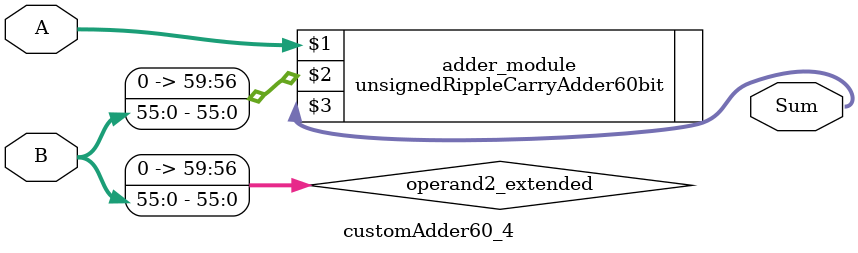
<source format=v>
module customAdder60_4(
                        input [59 : 0] A,
                        input [55 : 0] B,
                        
                        output [60 : 0] Sum
                );

        wire [59 : 0] operand2_extended;
        
        assign operand2_extended =  {4'b0, B};
        
        unsignedRippleCarryAdder60bit adder_module(
            A,
            operand2_extended,
            Sum
        );
        
        endmodule
        
</source>
